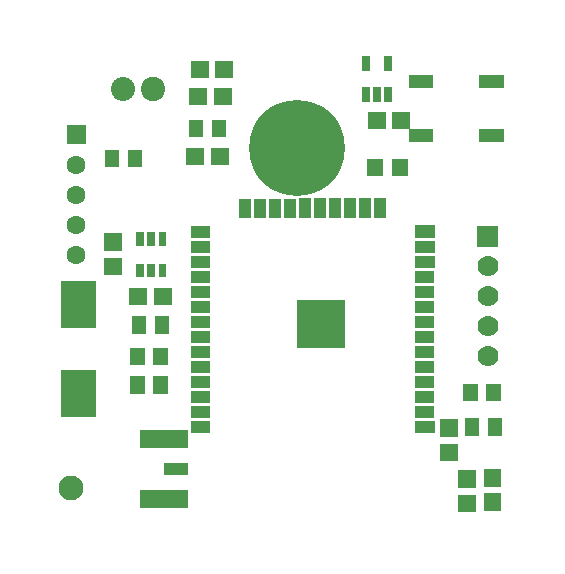
<source format=gts>
G04 Layer: TopSolderMaskLayer*
G04 EasyEDA v6.5.1, 2022-03-21 16:47:25*
G04 955ef46bbe064569b540ea905b21d435,97f3a3507f384188ab3f8c3e8ba95b97,10*
G04 Gerber Generator version 0.2*
G04 Scale: 100 percent, Rotated: No, Reflected: No *
G04 Dimensions in millimeters *
G04 leading zeros omitted , absolute positions ,4 integer and 5 decimal *
%FSLAX45Y45*%
%MOMM*%

%ADD43C,2.0400*%
%ADD44C,2.0600*%
%ADD45C,8.1016*%
%ADD52C,2.1016*%
%ADD53R,4.1656X1.6256*%
%ADD54R,2.1336X1.1176*%
%ADD55C,1.6002*%
%ADD57C,1.7780*%

%LPD*%
D43*
G01*
X4229100Y4241800D03*
D44*
G01*
X4483100Y4241800D03*
D45*
G01*
X5702300Y3746500D03*
G36*
X6643115Y3792981D02*
G01*
X6643115Y3903218D01*
X6853427Y3903218D01*
X6853427Y3792981D01*
G37*
G36*
X7243318Y3792981D02*
G01*
X7243318Y3903218D01*
X7453629Y3903218D01*
X7453629Y3792981D01*
G37*
G36*
X4967731Y3597655D02*
G01*
X4967731Y3742944D01*
X5118861Y3742944D01*
X5118861Y3597655D01*
G37*
G36*
X4761738Y3597655D02*
G01*
X4761738Y3742944D01*
X4912868Y3742944D01*
X4912868Y3597655D01*
G37*
G36*
X3703065Y1469644D02*
G01*
X3703065Y1864868D01*
X3993134Y1864868D01*
X3993134Y1469644D01*
G37*
G36*
X3703065Y2224531D02*
G01*
X3703065Y2619755D01*
X3993134Y2619755D01*
X3993134Y2224531D01*
G37*
G36*
X4067556Y2666237D02*
G01*
X4067556Y2817368D01*
X4212843Y2817368D01*
X4212843Y2666237D01*
G37*
G36*
X4067556Y2872231D02*
G01*
X4067556Y3023362D01*
X4212843Y3023362D01*
X4212843Y2872231D01*
G37*
G36*
X7064756Y659637D02*
G01*
X7064756Y810768D01*
X7210043Y810768D01*
X7210043Y659637D01*
G37*
G36*
X7064756Y865631D02*
G01*
X7064756Y1016762D01*
X7210043Y1016762D01*
X7210043Y865631D01*
G37*
G36*
X7280656Y878331D02*
G01*
X7280656Y1029462D01*
X7425943Y1029462D01*
X7425943Y878331D01*
G37*
G36*
X7280656Y672337D02*
G01*
X7280656Y823468D01*
X7425943Y823468D01*
X7425943Y672337D01*
G37*
G36*
X6912356Y1091437D02*
G01*
X6912356Y1242568D01*
X7057643Y1242568D01*
X7057643Y1091437D01*
G37*
G36*
X6912356Y1297431D02*
G01*
X6912356Y1448562D01*
X7057643Y1448562D01*
X7057643Y1297431D01*
G37*
G36*
X4279138Y2416555D02*
G01*
X4279138Y2561844D01*
X4430268Y2561844D01*
X4430268Y2416555D01*
G37*
G36*
X4485131Y2416555D02*
G01*
X4485131Y2561844D01*
X4636261Y2561844D01*
X4636261Y2416555D01*
G37*
G36*
X6298438Y3902455D02*
G01*
X6298438Y4047744D01*
X6449568Y4047744D01*
X6449568Y3902455D01*
G37*
G36*
X6504431Y3902455D02*
G01*
X6504431Y4047744D01*
X6655561Y4047744D01*
X6655561Y3902455D01*
G37*
G36*
X5005831Y4334255D02*
G01*
X5005831Y4479544D01*
X5156961Y4479544D01*
X5156961Y4334255D01*
G37*
G36*
X4799838Y4334255D02*
G01*
X4799838Y4479544D01*
X4950968Y4479544D01*
X4950968Y4334255D01*
G37*
G36*
X4993131Y4105655D02*
G01*
X4993131Y4250944D01*
X5144261Y4250944D01*
X5144261Y4105655D01*
G37*
G36*
X4787138Y4105655D02*
G01*
X4787138Y4250944D01*
X4938268Y4250944D01*
X4938268Y4105655D01*
G37*
G36*
X7243572Y4250181D02*
G01*
X7243572Y4360418D01*
X7453884Y4360418D01*
X7453884Y4250181D01*
G37*
G36*
X6643370Y4250181D02*
G01*
X6643370Y4360418D01*
X6853681Y4360418D01*
X6853681Y4250181D01*
G37*
G36*
X6499352Y3506215D02*
G01*
X6499352Y3656329D01*
X6639559Y3656329D01*
X6639559Y3506215D01*
G37*
G36*
X6289293Y3506215D02*
G01*
X6289293Y3656329D01*
X6429502Y3656329D01*
X6429502Y3506215D01*
G37*
G36*
X7106158Y1602486D02*
G01*
X7106158Y1750313D01*
X7229602Y1750313D01*
X7229602Y1602486D01*
G37*
G36*
X7299197Y1602486D02*
G01*
X7299197Y1750313D01*
X7422641Y1750313D01*
X7422641Y1602486D01*
G37*
G36*
X4263897Y3583686D02*
G01*
X4263897Y3731513D01*
X4387341Y3731513D01*
X4387341Y3583686D01*
G37*
G36*
X4070858Y3583686D02*
G01*
X4070858Y3731513D01*
X4194302Y3731513D01*
X4194302Y3583686D01*
G37*
G36*
X4479797Y1907286D02*
G01*
X4479797Y2055113D01*
X4603241Y2055113D01*
X4603241Y1907286D01*
G37*
G36*
X4286758Y1907286D02*
G01*
X4286758Y2055113D01*
X4410202Y2055113D01*
X4410202Y1907286D01*
G37*
G36*
X4299458Y2173986D02*
G01*
X4299458Y2321813D01*
X4422902Y2321813D01*
X4422902Y2173986D01*
G37*
G36*
X4492497Y2173986D02*
G01*
X4492497Y2321813D01*
X4615941Y2321813D01*
X4615941Y2173986D01*
G37*
G36*
X4479797Y1665986D02*
G01*
X4479797Y1813813D01*
X4603241Y1813813D01*
X4603241Y1665986D01*
G37*
G36*
X4286758Y1665986D02*
G01*
X4286758Y1813813D01*
X4410202Y1813813D01*
X4410202Y1665986D01*
G37*
G36*
X7311897Y1310386D02*
G01*
X7311897Y1458213D01*
X7435341Y1458213D01*
X7435341Y1310386D01*
G37*
G36*
X7118858Y1310386D02*
G01*
X7118858Y1458213D01*
X7242302Y1458213D01*
X7242302Y1310386D01*
G37*
G36*
X4975097Y3837686D02*
G01*
X4975097Y3985513D01*
X5098541Y3985513D01*
X5098541Y3837686D01*
G37*
G36*
X4782058Y3837686D02*
G01*
X4782058Y3985513D01*
X4905502Y3985513D01*
X4905502Y3837686D01*
G37*
D52*
G01*
X3784600Y863600D03*
D53*
G01*
X4572000Y1282700D03*
G01*
X4572000Y774700D03*
D54*
G01*
X4673600Y1028700D03*
D55*
G01*
X3828694Y2843301D03*
G01*
X3828694Y3097301D03*
G01*
X3828694Y3351301D03*
G01*
X3828694Y3605301D03*
G36*
X3748786Y3779265D02*
G01*
X3748786Y3939286D01*
X3908806Y3939286D01*
X3908806Y3779265D01*
G37*
D57*
G01*
X7315200Y1981200D03*
G01*
X7315200Y2235200D03*
G01*
X7315200Y2489200D03*
G01*
X7315200Y2743200D03*
G36*
X7226300Y2908300D02*
G01*
X7226300Y3086100D01*
X7404100Y3086100D01*
X7404100Y2908300D01*
G37*
G36*
X6701536Y1332484D02*
G01*
X6701536Y1437639D01*
X6866636Y1437639D01*
X6866636Y1332484D01*
G37*
G36*
X6697472Y1459229D02*
G01*
X6697472Y1564386D01*
X6862572Y1564386D01*
X6862572Y1459229D01*
G37*
G36*
X6697472Y1586229D02*
G01*
X6697472Y1691386D01*
X6862572Y1691386D01*
X6862572Y1586229D01*
G37*
G36*
X6697218Y1713229D02*
G01*
X6697218Y1818386D01*
X6862318Y1818386D01*
X6862318Y1713229D01*
G37*
G36*
X6697218Y1840229D02*
G01*
X6697218Y1945386D01*
X6862572Y1945386D01*
X6862572Y1840229D01*
G37*
G36*
X6697218Y1966976D02*
G01*
X6697218Y2072131D01*
X6862318Y2072131D01*
X6862318Y1966976D01*
G37*
G36*
X6697218Y2094229D02*
G01*
X6697218Y2199386D01*
X6862318Y2199386D01*
X6862318Y2094229D01*
G37*
G36*
X6697218Y2221229D02*
G01*
X6697218Y2326386D01*
X6862318Y2326386D01*
X6862318Y2221229D01*
G37*
G36*
X6697218Y2348229D02*
G01*
X6697218Y2453386D01*
X6862318Y2453386D01*
X6862318Y2348229D01*
G37*
G36*
X6697472Y2474976D02*
G01*
X6697472Y2580131D01*
X6862572Y2580131D01*
X6862572Y2474976D01*
G37*
G36*
X6697472Y2601976D02*
G01*
X6697472Y2707131D01*
X6862572Y2707131D01*
X6862572Y2601976D01*
G37*
G36*
X6699758Y2728976D02*
G01*
X6699758Y2834131D01*
X6864858Y2834131D01*
X6864858Y2728976D01*
G37*
G36*
X6699504Y2856737D02*
G01*
X6699504Y2961894D01*
X6864604Y2961894D01*
X6864604Y2856737D01*
G37*
G36*
X6699250Y2985515D02*
G01*
X6699250Y3090671D01*
X6864350Y3090671D01*
X6864350Y2985515D01*
G37*
G36*
X6350254Y3153918D02*
G01*
X6350254Y3319018D01*
X6455409Y3319018D01*
X6455409Y3153918D01*
G37*
G36*
X6221222Y3153663D02*
G01*
X6221222Y3318763D01*
X6326377Y3318763D01*
X6326377Y3153663D01*
G37*
G36*
X6093968Y3153663D02*
G01*
X6093968Y3318763D01*
X6199124Y3318763D01*
X6199124Y3153663D01*
G37*
G36*
X5967222Y3153663D02*
G01*
X5967222Y3319018D01*
X6072377Y3319018D01*
X6072377Y3153663D01*
G37*
G36*
X5840222Y3153663D02*
G01*
X5840222Y3318763D01*
X5945377Y3318763D01*
X5945377Y3153663D01*
G37*
G36*
X5713222Y3153663D02*
G01*
X5713222Y3318763D01*
X5818377Y3318763D01*
X5818377Y3153663D01*
G37*
G36*
X5585968Y3151886D02*
G01*
X5585968Y3316986D01*
X5691124Y3316986D01*
X5691124Y3151886D01*
G37*
G36*
X5459222Y3152394D02*
G01*
X5459222Y3317747D01*
X5564377Y3317747D01*
X5564377Y3152394D01*
G37*
G36*
X5331713Y3150870D02*
G01*
X5331713Y3315970D01*
X5436870Y3315970D01*
X5436870Y3150870D01*
G37*
G36*
X5205222Y3151378D02*
G01*
X5205222Y3316731D01*
X5310377Y3316731D01*
X5310377Y3151378D01*
G37*
G36*
X4798059Y2221229D02*
G01*
X4798059Y2326386D01*
X4963159Y2326386D01*
X4963159Y2221229D01*
G37*
G36*
X4798059Y2348229D02*
G01*
X4798059Y2453386D01*
X4963413Y2453386D01*
X4963413Y2348229D01*
G37*
G36*
X4798059Y2474976D02*
G01*
X4798059Y2580131D01*
X4963413Y2580131D01*
X4963413Y2474976D01*
G37*
G36*
X4798313Y2601976D02*
G01*
X4798313Y2707131D01*
X4963413Y2707131D01*
X4963413Y2601976D01*
G37*
G36*
X4798059Y2728976D02*
G01*
X4798059Y2834131D01*
X4963413Y2834131D01*
X4963413Y2728976D01*
G37*
G36*
X4798059Y2856229D02*
G01*
X4798059Y2961386D01*
X4963159Y2961386D01*
X4963159Y2856229D01*
G37*
G36*
X4798059Y2983484D02*
G01*
X4798059Y3088639D01*
X4963413Y3088639D01*
X4963413Y2983484D01*
G37*
G36*
X4798059Y2093976D02*
G01*
X4798059Y2199386D01*
X4963159Y2199386D01*
X4963159Y2093976D01*
G37*
G36*
X4798059Y1966976D02*
G01*
X4798059Y2072131D01*
X4963413Y2072131D01*
X4963413Y1966976D01*
G37*
G36*
X4798059Y1840229D02*
G01*
X4798059Y1945386D01*
X4963159Y1945386D01*
X4963159Y1840229D01*
G37*
G36*
X4798059Y1713229D02*
G01*
X4798059Y1818386D01*
X4963159Y1818386D01*
X4963159Y1713229D01*
G37*
G36*
X4798059Y1586229D02*
G01*
X4798059Y1691386D01*
X4963159Y1691386D01*
X4963159Y1586229D01*
G37*
G36*
X4798059Y1459229D02*
G01*
X4798059Y1564386D01*
X4963159Y1564386D01*
X4963159Y1459229D01*
G37*
G36*
X4798059Y1332484D02*
G01*
X4798059Y1437639D01*
X4963159Y1437639D01*
X4963159Y1332484D01*
G37*
G36*
X5695950Y2049779D02*
G01*
X5695950Y2459989D01*
X6106159Y2459989D01*
X6106159Y2049779D01*
G37*
G36*
X4336288Y2649981D02*
G01*
X4336288Y2760218D01*
X4401311Y2760218D01*
X4401311Y2649981D01*
G37*
G36*
X4431284Y2649981D02*
G01*
X4431284Y2760218D01*
X4496308Y2760218D01*
X4496308Y2649981D01*
G37*
G36*
X4526279Y2649981D02*
G01*
X4526279Y2760218D01*
X4591304Y2760218D01*
X4591304Y2649981D01*
G37*
G36*
X4526279Y2919984D02*
G01*
X4526279Y3030220D01*
X4591304Y3030220D01*
X4591304Y2919984D01*
G37*
G36*
X4336288Y2919984D02*
G01*
X4336288Y3030220D01*
X4401311Y3030220D01*
X4401311Y2919984D01*
G37*
G36*
X4431284Y2919984D02*
G01*
X4431284Y3030220D01*
X4496308Y3030220D01*
X4496308Y2919984D01*
G37*
G36*
X6248908Y4136136D02*
G01*
X6248908Y4266184D01*
X6314186Y4266184D01*
X6314186Y4136136D01*
G37*
G36*
X6342888Y4136136D02*
G01*
X6342888Y4266184D01*
X6408165Y4266184D01*
X6408165Y4136136D01*
G37*
G36*
X6436868Y4136136D02*
G01*
X6436868Y4266184D01*
X6502145Y4266184D01*
X6502145Y4136136D01*
G37*
G36*
X6436868Y4395215D02*
G01*
X6436868Y4525263D01*
X6502145Y4525263D01*
X6502145Y4395215D01*
G37*
G36*
X6248908Y4395215D02*
G01*
X6248908Y4525263D01*
X6314186Y4525263D01*
X6314186Y4395215D01*
G37*
M02*

</source>
